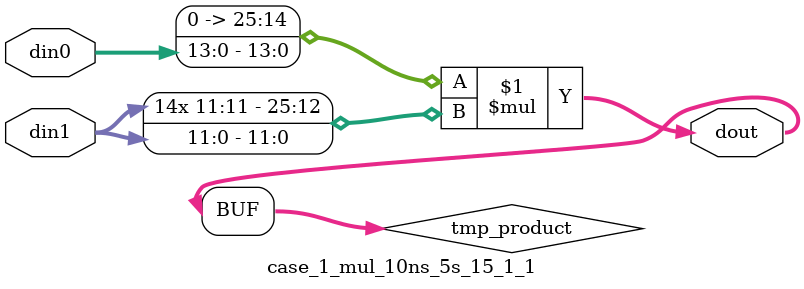
<source format=v>

`timescale 1 ns / 1 ps

 (* use_dsp = "no" *)  module case_1_mul_10ns_5s_15_1_1(din0, din1, dout);
parameter ID = 1;
parameter NUM_STAGE = 0;
parameter din0_WIDTH = 14;
parameter din1_WIDTH = 12;
parameter dout_WIDTH = 26;

input [din0_WIDTH - 1 : 0] din0; 
input [din1_WIDTH - 1 : 0] din1; 
output [dout_WIDTH - 1 : 0] dout;

wire signed [dout_WIDTH - 1 : 0] tmp_product;

























assign tmp_product = $signed({1'b0, din0}) * $signed(din1);










assign dout = tmp_product;





















endmodule

</source>
